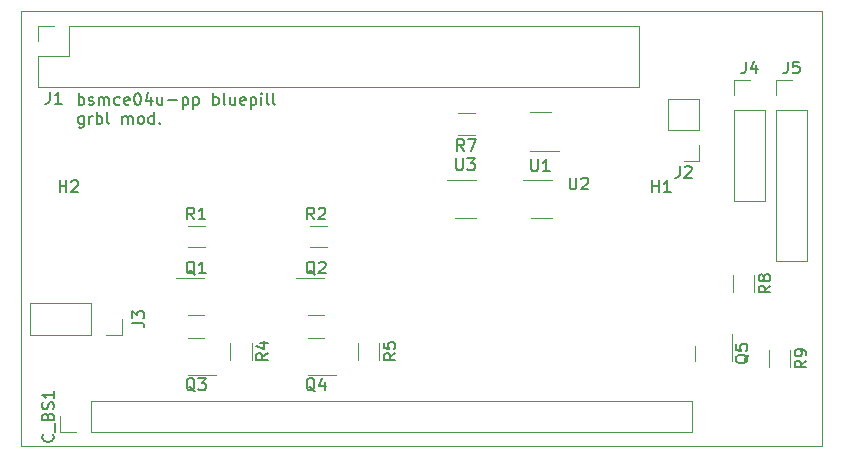
<source format=gbr>
%TF.GenerationSoftware,KiCad,Pcbnew,(6.0.7)*%
%TF.CreationDate,2022-12-20T14:52:23+01:00*%
%TF.ProjectId,bsmce04u-pp_GRBL_mod,62736d63-6530-4347-952d-70705f475242,rev?*%
%TF.SameCoordinates,Original*%
%TF.FileFunction,Legend,Top*%
%TF.FilePolarity,Positive*%
%FSLAX46Y46*%
G04 Gerber Fmt 4.6, Leading zero omitted, Abs format (unit mm)*
G04 Created by KiCad (PCBNEW (6.0.7)) date 2022-12-20 14:52:23*
%MOMM*%
%LPD*%
G01*
G04 APERTURE LIST*
%TA.AperFunction,Profile*%
%ADD10C,0.100000*%
%TD*%
%ADD11C,0.150000*%
%ADD12C,0.120000*%
G04 APERTURE END LIST*
D10*
X161544000Y-33020000D02*
X161544000Y-69850000D01*
X93726000Y-69850000D02*
X93726000Y-33020000D01*
X93726000Y-33020000D02*
X161544000Y-33020000D01*
X161544000Y-69850000D02*
X93726000Y-69850000D01*
D11*
X98633595Y-40922380D02*
X98633595Y-39922380D01*
X98633595Y-40303333D02*
X98728833Y-40255714D01*
X98919309Y-40255714D01*
X99014547Y-40303333D01*
X99062166Y-40350952D01*
X99109785Y-40446190D01*
X99109785Y-40731904D01*
X99062166Y-40827142D01*
X99014547Y-40874761D01*
X98919309Y-40922380D01*
X98728833Y-40922380D01*
X98633595Y-40874761D01*
X99490738Y-40874761D02*
X99585976Y-40922380D01*
X99776452Y-40922380D01*
X99871690Y-40874761D01*
X99919309Y-40779523D01*
X99919309Y-40731904D01*
X99871690Y-40636666D01*
X99776452Y-40589047D01*
X99633595Y-40589047D01*
X99538357Y-40541428D01*
X99490738Y-40446190D01*
X99490738Y-40398571D01*
X99538357Y-40303333D01*
X99633595Y-40255714D01*
X99776452Y-40255714D01*
X99871690Y-40303333D01*
X100347880Y-40922380D02*
X100347880Y-40255714D01*
X100347880Y-40350952D02*
X100395500Y-40303333D01*
X100490738Y-40255714D01*
X100633595Y-40255714D01*
X100728833Y-40303333D01*
X100776452Y-40398571D01*
X100776452Y-40922380D01*
X100776452Y-40398571D02*
X100824071Y-40303333D01*
X100919309Y-40255714D01*
X101062166Y-40255714D01*
X101157404Y-40303333D01*
X101205023Y-40398571D01*
X101205023Y-40922380D01*
X102109785Y-40874761D02*
X102014547Y-40922380D01*
X101824071Y-40922380D01*
X101728833Y-40874761D01*
X101681214Y-40827142D01*
X101633595Y-40731904D01*
X101633595Y-40446190D01*
X101681214Y-40350952D01*
X101728833Y-40303333D01*
X101824071Y-40255714D01*
X102014547Y-40255714D01*
X102109785Y-40303333D01*
X102919309Y-40874761D02*
X102824071Y-40922380D01*
X102633595Y-40922380D01*
X102538357Y-40874761D01*
X102490738Y-40779523D01*
X102490738Y-40398571D01*
X102538357Y-40303333D01*
X102633595Y-40255714D01*
X102824071Y-40255714D01*
X102919309Y-40303333D01*
X102966928Y-40398571D01*
X102966928Y-40493809D01*
X102490738Y-40589047D01*
X103585976Y-39922380D02*
X103681214Y-39922380D01*
X103776452Y-39970000D01*
X103824071Y-40017619D01*
X103871690Y-40112857D01*
X103919309Y-40303333D01*
X103919309Y-40541428D01*
X103871690Y-40731904D01*
X103824071Y-40827142D01*
X103776452Y-40874761D01*
X103681214Y-40922380D01*
X103585976Y-40922380D01*
X103490738Y-40874761D01*
X103443119Y-40827142D01*
X103395500Y-40731904D01*
X103347880Y-40541428D01*
X103347880Y-40303333D01*
X103395500Y-40112857D01*
X103443119Y-40017619D01*
X103490738Y-39970000D01*
X103585976Y-39922380D01*
X104776452Y-40255714D02*
X104776452Y-40922380D01*
X104538357Y-39874761D02*
X104300261Y-40589047D01*
X104919309Y-40589047D01*
X105728833Y-40255714D02*
X105728833Y-40922380D01*
X105300261Y-40255714D02*
X105300261Y-40779523D01*
X105347880Y-40874761D01*
X105443119Y-40922380D01*
X105585976Y-40922380D01*
X105681214Y-40874761D01*
X105728833Y-40827142D01*
X106205023Y-40541428D02*
X106966928Y-40541428D01*
X107443119Y-40255714D02*
X107443119Y-41255714D01*
X107443119Y-40303333D02*
X107538357Y-40255714D01*
X107728833Y-40255714D01*
X107824071Y-40303333D01*
X107871690Y-40350952D01*
X107919309Y-40446190D01*
X107919309Y-40731904D01*
X107871690Y-40827142D01*
X107824071Y-40874761D01*
X107728833Y-40922380D01*
X107538357Y-40922380D01*
X107443119Y-40874761D01*
X108347880Y-40255714D02*
X108347880Y-41255714D01*
X108347880Y-40303333D02*
X108443119Y-40255714D01*
X108633595Y-40255714D01*
X108728833Y-40303333D01*
X108776452Y-40350952D01*
X108824071Y-40446190D01*
X108824071Y-40731904D01*
X108776452Y-40827142D01*
X108728833Y-40874761D01*
X108633595Y-40922380D01*
X108443119Y-40922380D01*
X108347880Y-40874761D01*
X110014547Y-40922380D02*
X110014547Y-39922380D01*
X110014547Y-40303333D02*
X110109785Y-40255714D01*
X110300261Y-40255714D01*
X110395500Y-40303333D01*
X110443119Y-40350952D01*
X110490738Y-40446190D01*
X110490738Y-40731904D01*
X110443119Y-40827142D01*
X110395500Y-40874761D01*
X110300261Y-40922380D01*
X110109785Y-40922380D01*
X110014547Y-40874761D01*
X111062166Y-40922380D02*
X110966928Y-40874761D01*
X110919309Y-40779523D01*
X110919309Y-39922380D01*
X111871690Y-40255714D02*
X111871690Y-40922380D01*
X111443119Y-40255714D02*
X111443119Y-40779523D01*
X111490738Y-40874761D01*
X111585976Y-40922380D01*
X111728833Y-40922380D01*
X111824071Y-40874761D01*
X111871690Y-40827142D01*
X112728833Y-40874761D02*
X112633595Y-40922380D01*
X112443119Y-40922380D01*
X112347880Y-40874761D01*
X112300261Y-40779523D01*
X112300261Y-40398571D01*
X112347880Y-40303333D01*
X112443119Y-40255714D01*
X112633595Y-40255714D01*
X112728833Y-40303333D01*
X112776452Y-40398571D01*
X112776452Y-40493809D01*
X112300261Y-40589047D01*
X113205023Y-40255714D02*
X113205023Y-41255714D01*
X113205023Y-40303333D02*
X113300261Y-40255714D01*
X113490738Y-40255714D01*
X113585976Y-40303333D01*
X113633595Y-40350952D01*
X113681214Y-40446190D01*
X113681214Y-40731904D01*
X113633595Y-40827142D01*
X113585976Y-40874761D01*
X113490738Y-40922380D01*
X113300261Y-40922380D01*
X113205023Y-40874761D01*
X114109785Y-40922380D02*
X114109785Y-40255714D01*
X114109785Y-39922380D02*
X114062166Y-39970000D01*
X114109785Y-40017619D01*
X114157404Y-39970000D01*
X114109785Y-39922380D01*
X114109785Y-40017619D01*
X114728833Y-40922380D02*
X114633595Y-40874761D01*
X114585976Y-40779523D01*
X114585976Y-39922380D01*
X115252642Y-40922380D02*
X115157404Y-40874761D01*
X115109785Y-40779523D01*
X115109785Y-39922380D01*
X99062166Y-41865714D02*
X99062166Y-42675238D01*
X99014547Y-42770476D01*
X98966928Y-42818095D01*
X98871690Y-42865714D01*
X98728833Y-42865714D01*
X98633595Y-42818095D01*
X99062166Y-42484761D02*
X98966928Y-42532380D01*
X98776452Y-42532380D01*
X98681214Y-42484761D01*
X98633595Y-42437142D01*
X98585976Y-42341904D01*
X98585976Y-42056190D01*
X98633595Y-41960952D01*
X98681214Y-41913333D01*
X98776452Y-41865714D01*
X98966928Y-41865714D01*
X99062166Y-41913333D01*
X99538357Y-42532380D02*
X99538357Y-41865714D01*
X99538357Y-42056190D02*
X99585976Y-41960952D01*
X99633595Y-41913333D01*
X99728833Y-41865714D01*
X99824071Y-41865714D01*
X100157404Y-42532380D02*
X100157404Y-41532380D01*
X100157404Y-41913333D02*
X100252642Y-41865714D01*
X100443119Y-41865714D01*
X100538357Y-41913333D01*
X100585976Y-41960952D01*
X100633595Y-42056190D01*
X100633595Y-42341904D01*
X100585976Y-42437142D01*
X100538357Y-42484761D01*
X100443119Y-42532380D01*
X100252642Y-42532380D01*
X100157404Y-42484761D01*
X101205023Y-42532380D02*
X101109785Y-42484761D01*
X101062166Y-42389523D01*
X101062166Y-41532380D01*
X102347880Y-42532380D02*
X102347880Y-41865714D01*
X102347880Y-41960952D02*
X102395500Y-41913333D01*
X102490738Y-41865714D01*
X102633595Y-41865714D01*
X102728833Y-41913333D01*
X102776452Y-42008571D01*
X102776452Y-42532380D01*
X102776452Y-42008571D02*
X102824071Y-41913333D01*
X102919309Y-41865714D01*
X103062166Y-41865714D01*
X103157404Y-41913333D01*
X103205023Y-42008571D01*
X103205023Y-42532380D01*
X103824071Y-42532380D02*
X103728833Y-42484761D01*
X103681214Y-42437142D01*
X103633595Y-42341904D01*
X103633595Y-42056190D01*
X103681214Y-41960952D01*
X103728833Y-41913333D01*
X103824071Y-41865714D01*
X103966928Y-41865714D01*
X104062166Y-41913333D01*
X104109785Y-41960952D01*
X104157404Y-42056190D01*
X104157404Y-42341904D01*
X104109785Y-42437142D01*
X104062166Y-42484761D01*
X103966928Y-42532380D01*
X103824071Y-42532380D01*
X105014547Y-42532380D02*
X105014547Y-41532380D01*
X105014547Y-42484761D02*
X104919309Y-42532380D01*
X104728833Y-42532380D01*
X104633595Y-42484761D01*
X104585976Y-42437142D01*
X104538357Y-42341904D01*
X104538357Y-42056190D01*
X104585976Y-41960952D01*
X104633595Y-41913333D01*
X104728833Y-41865714D01*
X104919309Y-41865714D01*
X105014547Y-41913333D01*
X105490738Y-42437142D02*
X105538357Y-42484761D01*
X105490738Y-42532380D01*
X105443119Y-42484761D01*
X105490738Y-42437142D01*
X105490738Y-42532380D01*
%TO.C,R8*%
X157212380Y-56239166D02*
X156736190Y-56572500D01*
X157212380Y-56810595D02*
X156212380Y-56810595D01*
X156212380Y-56429642D01*
X156260000Y-56334404D01*
X156307619Y-56286785D01*
X156402857Y-56239166D01*
X156545714Y-56239166D01*
X156640952Y-56286785D01*
X156688571Y-56334404D01*
X156736190Y-56429642D01*
X156736190Y-56810595D01*
X156640952Y-55667738D02*
X156593333Y-55762976D01*
X156545714Y-55810595D01*
X156450476Y-55858214D01*
X156402857Y-55858214D01*
X156307619Y-55810595D01*
X156260000Y-55762976D01*
X156212380Y-55667738D01*
X156212380Y-55477261D01*
X156260000Y-55382023D01*
X156307619Y-55334404D01*
X156402857Y-55286785D01*
X156450476Y-55286785D01*
X156545714Y-55334404D01*
X156593333Y-55382023D01*
X156640952Y-55477261D01*
X156640952Y-55667738D01*
X156688571Y-55762976D01*
X156736190Y-55810595D01*
X156831428Y-55858214D01*
X157021904Y-55858214D01*
X157117142Y-55810595D01*
X157164761Y-55762976D01*
X157212380Y-55667738D01*
X157212380Y-55477261D01*
X157164761Y-55382023D01*
X157117142Y-55334404D01*
X157021904Y-55286785D01*
X156831428Y-55286785D01*
X156736190Y-55334404D01*
X156688571Y-55382023D01*
X156640952Y-55477261D01*
%TO.C,Q1*%
X108489761Y-55297619D02*
X108394523Y-55250000D01*
X108299285Y-55154761D01*
X108156428Y-55011904D01*
X108061190Y-54964285D01*
X107965952Y-54964285D01*
X108013571Y-55202380D02*
X107918333Y-55154761D01*
X107823095Y-55059523D01*
X107775476Y-54869047D01*
X107775476Y-54535714D01*
X107823095Y-54345238D01*
X107918333Y-54250000D01*
X108013571Y-54202380D01*
X108204047Y-54202380D01*
X108299285Y-54250000D01*
X108394523Y-54345238D01*
X108442142Y-54535714D01*
X108442142Y-54869047D01*
X108394523Y-55059523D01*
X108299285Y-55154761D01*
X108204047Y-55202380D01*
X108013571Y-55202380D01*
X109394523Y-55202380D02*
X108823095Y-55202380D01*
X109108809Y-55202380D02*
X109108809Y-54202380D01*
X109013571Y-54345238D01*
X108918333Y-54440476D01*
X108823095Y-54488095D01*
%TO.C,J4*%
X155114666Y-37254380D02*
X155114666Y-37968666D01*
X155067047Y-38111523D01*
X154971809Y-38206761D01*
X154828952Y-38254380D01*
X154733714Y-38254380D01*
X156019428Y-37587714D02*
X156019428Y-38254380D01*
X155781333Y-37206761D02*
X155543238Y-37921047D01*
X156162285Y-37921047D01*
%TO.C,J5*%
X158670666Y-37254380D02*
X158670666Y-37968666D01*
X158623047Y-38111523D01*
X158527809Y-38206761D01*
X158384952Y-38254380D01*
X158289714Y-38254380D01*
X159623047Y-37254380D02*
X159146857Y-37254380D01*
X159099238Y-37730571D01*
X159146857Y-37682952D01*
X159242095Y-37635333D01*
X159480190Y-37635333D01*
X159575428Y-37682952D01*
X159623047Y-37730571D01*
X159670666Y-37825809D01*
X159670666Y-38063904D01*
X159623047Y-38159142D01*
X159575428Y-38206761D01*
X159480190Y-38254380D01*
X159242095Y-38254380D01*
X159146857Y-38206761D01*
X159099238Y-38159142D01*
%TO.C,Q4*%
X118649761Y-65177619D02*
X118554523Y-65130000D01*
X118459285Y-65034761D01*
X118316428Y-64891904D01*
X118221190Y-64844285D01*
X118125952Y-64844285D01*
X118173571Y-65082380D02*
X118078333Y-65034761D01*
X117983095Y-64939523D01*
X117935476Y-64749047D01*
X117935476Y-64415714D01*
X117983095Y-64225238D01*
X118078333Y-64130000D01*
X118173571Y-64082380D01*
X118364047Y-64082380D01*
X118459285Y-64130000D01*
X118554523Y-64225238D01*
X118602142Y-64415714D01*
X118602142Y-64749047D01*
X118554523Y-64939523D01*
X118459285Y-65034761D01*
X118364047Y-65082380D01*
X118173571Y-65082380D01*
X119459285Y-64415714D02*
X119459285Y-65082380D01*
X119221190Y-64034761D02*
X118983095Y-64749047D01*
X119602142Y-64749047D01*
%TO.C,R5*%
X125462380Y-61954166D02*
X124986190Y-62287500D01*
X125462380Y-62525595D02*
X124462380Y-62525595D01*
X124462380Y-62144642D01*
X124510000Y-62049404D01*
X124557619Y-62001785D01*
X124652857Y-61954166D01*
X124795714Y-61954166D01*
X124890952Y-62001785D01*
X124938571Y-62049404D01*
X124986190Y-62144642D01*
X124986190Y-62525595D01*
X124462380Y-61049404D02*
X124462380Y-61525595D01*
X124938571Y-61573214D01*
X124890952Y-61525595D01*
X124843333Y-61430357D01*
X124843333Y-61192261D01*
X124890952Y-61097023D01*
X124938571Y-61049404D01*
X125033809Y-61001785D01*
X125271904Y-61001785D01*
X125367142Y-61049404D01*
X125414761Y-61097023D01*
X125462380Y-61192261D01*
X125462380Y-61430357D01*
X125414761Y-61525595D01*
X125367142Y-61573214D01*
%TO.C,J2*%
X149526666Y-46110380D02*
X149526666Y-46824666D01*
X149479047Y-46967523D01*
X149383809Y-47062761D01*
X149240952Y-47110380D01*
X149145714Y-47110380D01*
X149955238Y-46205619D02*
X150002857Y-46158000D01*
X150098095Y-46110380D01*
X150336190Y-46110380D01*
X150431428Y-46158000D01*
X150479047Y-46205619D01*
X150526666Y-46300857D01*
X150526666Y-46396095D01*
X150479047Y-46538952D01*
X149907619Y-47110380D01*
X150526666Y-47110380D01*
%TO.C,Q3*%
X108489761Y-65177619D02*
X108394523Y-65130000D01*
X108299285Y-65034761D01*
X108156428Y-64891904D01*
X108061190Y-64844285D01*
X107965952Y-64844285D01*
X108013571Y-65082380D02*
X107918333Y-65034761D01*
X107823095Y-64939523D01*
X107775476Y-64749047D01*
X107775476Y-64415714D01*
X107823095Y-64225238D01*
X107918333Y-64130000D01*
X108013571Y-64082380D01*
X108204047Y-64082380D01*
X108299285Y-64130000D01*
X108394523Y-64225238D01*
X108442142Y-64415714D01*
X108442142Y-64749047D01*
X108394523Y-64939523D01*
X108299285Y-65034761D01*
X108204047Y-65082380D01*
X108013571Y-65082380D01*
X108775476Y-64082380D02*
X109394523Y-64082380D01*
X109061190Y-64463333D01*
X109204047Y-64463333D01*
X109299285Y-64510952D01*
X109346904Y-64558571D01*
X109394523Y-64653809D01*
X109394523Y-64891904D01*
X109346904Y-64987142D01*
X109299285Y-65034761D01*
X109204047Y-65082380D01*
X108918333Y-65082380D01*
X108823095Y-65034761D01*
X108775476Y-64987142D01*
%TO.C,J3*%
X103187380Y-59388333D02*
X103901666Y-59388333D01*
X104044523Y-59435952D01*
X104139761Y-59531190D01*
X104187380Y-59674047D01*
X104187380Y-59769285D01*
X103187380Y-59007380D02*
X103187380Y-58388333D01*
X103568333Y-58721666D01*
X103568333Y-58578809D01*
X103615952Y-58483571D01*
X103663571Y-58435952D01*
X103758809Y-58388333D01*
X103996904Y-58388333D01*
X104092142Y-58435952D01*
X104139761Y-58483571D01*
X104187380Y-58578809D01*
X104187380Y-58864523D01*
X104139761Y-58959761D01*
X104092142Y-59007380D01*
%TO.C,R9*%
X160260380Y-62589166D02*
X159784190Y-62922500D01*
X160260380Y-63160595D02*
X159260380Y-63160595D01*
X159260380Y-62779642D01*
X159308000Y-62684404D01*
X159355619Y-62636785D01*
X159450857Y-62589166D01*
X159593714Y-62589166D01*
X159688952Y-62636785D01*
X159736571Y-62684404D01*
X159784190Y-62779642D01*
X159784190Y-63160595D01*
X160260380Y-62112976D02*
X160260380Y-61922500D01*
X160212761Y-61827261D01*
X160165142Y-61779642D01*
X160022285Y-61684404D01*
X159831809Y-61636785D01*
X159450857Y-61636785D01*
X159355619Y-61684404D01*
X159308000Y-61732023D01*
X159260380Y-61827261D01*
X159260380Y-62017738D01*
X159308000Y-62112976D01*
X159355619Y-62160595D01*
X159450857Y-62208214D01*
X159688952Y-62208214D01*
X159784190Y-62160595D01*
X159831809Y-62112976D01*
X159879428Y-62017738D01*
X159879428Y-61827261D01*
X159831809Y-61732023D01*
X159784190Y-61684404D01*
X159688952Y-61636785D01*
%TO.C,U2*%
X140208095Y-47077380D02*
X140208095Y-47886904D01*
X140255714Y-47982142D01*
X140303333Y-48029761D01*
X140398571Y-48077380D01*
X140589047Y-48077380D01*
X140684285Y-48029761D01*
X140731904Y-47982142D01*
X140779523Y-47886904D01*
X140779523Y-47077380D01*
X141208095Y-47172619D02*
X141255714Y-47125000D01*
X141350952Y-47077380D01*
X141589047Y-47077380D01*
X141684285Y-47125000D01*
X141731904Y-47172619D01*
X141779523Y-47267857D01*
X141779523Y-47363095D01*
X141731904Y-47505952D01*
X141160476Y-48077380D01*
X141779523Y-48077380D01*
%TO.C,C_BS1*%
X96452142Y-68828809D02*
X96499761Y-68876428D01*
X96547380Y-69019285D01*
X96547380Y-69114523D01*
X96499761Y-69257380D01*
X96404523Y-69352619D01*
X96309285Y-69400238D01*
X96118809Y-69447857D01*
X95975952Y-69447857D01*
X95785476Y-69400238D01*
X95690238Y-69352619D01*
X95595000Y-69257380D01*
X95547380Y-69114523D01*
X95547380Y-69019285D01*
X95595000Y-68876428D01*
X95642619Y-68828809D01*
X96642619Y-68638333D02*
X96642619Y-67876428D01*
X96023571Y-67305000D02*
X96071190Y-67162142D01*
X96118809Y-67114523D01*
X96214047Y-67066904D01*
X96356904Y-67066904D01*
X96452142Y-67114523D01*
X96499761Y-67162142D01*
X96547380Y-67257380D01*
X96547380Y-67638333D01*
X95547380Y-67638333D01*
X95547380Y-67305000D01*
X95595000Y-67209761D01*
X95642619Y-67162142D01*
X95737857Y-67114523D01*
X95833095Y-67114523D01*
X95928333Y-67162142D01*
X95975952Y-67209761D01*
X96023571Y-67305000D01*
X96023571Y-67638333D01*
X96499761Y-66685952D02*
X96547380Y-66543095D01*
X96547380Y-66305000D01*
X96499761Y-66209761D01*
X96452142Y-66162142D01*
X96356904Y-66114523D01*
X96261666Y-66114523D01*
X96166428Y-66162142D01*
X96118809Y-66209761D01*
X96071190Y-66305000D01*
X96023571Y-66495476D01*
X95975952Y-66590714D01*
X95928333Y-66638333D01*
X95833095Y-66685952D01*
X95737857Y-66685952D01*
X95642619Y-66638333D01*
X95595000Y-66590714D01*
X95547380Y-66495476D01*
X95547380Y-66257380D01*
X95595000Y-66114523D01*
X96547380Y-65162142D02*
X96547380Y-65733571D01*
X96547380Y-65447857D02*
X95547380Y-65447857D01*
X95690238Y-65543095D01*
X95785476Y-65638333D01*
X95833095Y-65733571D01*
%TO.C,Q2*%
X118649761Y-55297619D02*
X118554523Y-55250000D01*
X118459285Y-55154761D01*
X118316428Y-55011904D01*
X118221190Y-54964285D01*
X118125952Y-54964285D01*
X118173571Y-55202380D02*
X118078333Y-55154761D01*
X117983095Y-55059523D01*
X117935476Y-54869047D01*
X117935476Y-54535714D01*
X117983095Y-54345238D01*
X118078333Y-54250000D01*
X118173571Y-54202380D01*
X118364047Y-54202380D01*
X118459285Y-54250000D01*
X118554523Y-54345238D01*
X118602142Y-54535714D01*
X118602142Y-54869047D01*
X118554523Y-55059523D01*
X118459285Y-55154761D01*
X118364047Y-55202380D01*
X118173571Y-55202380D01*
X118983095Y-54297619D02*
X119030714Y-54250000D01*
X119125952Y-54202380D01*
X119364047Y-54202380D01*
X119459285Y-54250000D01*
X119506904Y-54297619D01*
X119554523Y-54392857D01*
X119554523Y-54488095D01*
X119506904Y-54630952D01*
X118935476Y-55202380D01*
X119554523Y-55202380D01*
%TO.C,H2*%
X97028095Y-48322380D02*
X97028095Y-47322380D01*
X97028095Y-47798571D02*
X97599523Y-47798571D01*
X97599523Y-48322380D02*
X97599523Y-47322380D01*
X98028095Y-47417619D02*
X98075714Y-47370000D01*
X98170952Y-47322380D01*
X98409047Y-47322380D01*
X98504285Y-47370000D01*
X98551904Y-47417619D01*
X98599523Y-47512857D01*
X98599523Y-47608095D01*
X98551904Y-47750952D01*
X97980476Y-48322380D01*
X98599523Y-48322380D01*
%TO.C,R1*%
X108418333Y-50617380D02*
X108085000Y-50141190D01*
X107846904Y-50617380D02*
X107846904Y-49617380D01*
X108227857Y-49617380D01*
X108323095Y-49665000D01*
X108370714Y-49712619D01*
X108418333Y-49807857D01*
X108418333Y-49950714D01*
X108370714Y-50045952D01*
X108323095Y-50093571D01*
X108227857Y-50141190D01*
X107846904Y-50141190D01*
X109370714Y-50617380D02*
X108799285Y-50617380D01*
X109085000Y-50617380D02*
X109085000Y-49617380D01*
X108989761Y-49760238D01*
X108894523Y-49855476D01*
X108799285Y-49903095D01*
%TO.C,R4*%
X114667380Y-61954166D02*
X114191190Y-62287500D01*
X114667380Y-62525595D02*
X113667380Y-62525595D01*
X113667380Y-62144642D01*
X113715000Y-62049404D01*
X113762619Y-62001785D01*
X113857857Y-61954166D01*
X114000714Y-61954166D01*
X114095952Y-62001785D01*
X114143571Y-62049404D01*
X114191190Y-62144642D01*
X114191190Y-62525595D01*
X114000714Y-61097023D02*
X114667380Y-61097023D01*
X113619761Y-61335119D02*
X114334047Y-61573214D01*
X114334047Y-60954166D01*
%TO.C,H1*%
X147193095Y-48322380D02*
X147193095Y-47322380D01*
X147193095Y-47798571D02*
X147764523Y-47798571D01*
X147764523Y-48322380D02*
X147764523Y-47322380D01*
X148764523Y-48322380D02*
X148193095Y-48322380D01*
X148478809Y-48322380D02*
X148478809Y-47322380D01*
X148383571Y-47465238D01*
X148288333Y-47560476D01*
X148193095Y-47608095D01*
%TO.C,R2*%
X118578333Y-50617380D02*
X118245000Y-50141190D01*
X118006904Y-50617380D02*
X118006904Y-49617380D01*
X118387857Y-49617380D01*
X118483095Y-49665000D01*
X118530714Y-49712619D01*
X118578333Y-49807857D01*
X118578333Y-49950714D01*
X118530714Y-50045952D01*
X118483095Y-50093571D01*
X118387857Y-50141190D01*
X118006904Y-50141190D01*
X118959285Y-49712619D02*
X119006904Y-49665000D01*
X119102142Y-49617380D01*
X119340238Y-49617380D01*
X119435476Y-49665000D01*
X119483095Y-49712619D01*
X119530714Y-49807857D01*
X119530714Y-49903095D01*
X119483095Y-50045952D01*
X118911666Y-50617380D01*
X119530714Y-50617380D01*
%TO.C,Q5*%
X155347619Y-62071238D02*
X155300000Y-62166476D01*
X155204761Y-62261714D01*
X155061904Y-62404571D01*
X155014285Y-62499809D01*
X155014285Y-62595047D01*
X155252380Y-62547428D02*
X155204761Y-62642666D01*
X155109523Y-62737904D01*
X154919047Y-62785523D01*
X154585714Y-62785523D01*
X154395238Y-62737904D01*
X154300000Y-62642666D01*
X154252380Y-62547428D01*
X154252380Y-62356952D01*
X154300000Y-62261714D01*
X154395238Y-62166476D01*
X154585714Y-62118857D01*
X154919047Y-62118857D01*
X155109523Y-62166476D01*
X155204761Y-62261714D01*
X155252380Y-62356952D01*
X155252380Y-62547428D01*
X154252380Y-61214095D02*
X154252380Y-61690285D01*
X154728571Y-61737904D01*
X154680952Y-61690285D01*
X154633333Y-61595047D01*
X154633333Y-61356952D01*
X154680952Y-61261714D01*
X154728571Y-61214095D01*
X154823809Y-61166476D01*
X155061904Y-61166476D01*
X155157142Y-61214095D01*
X155204761Y-61261714D01*
X155252380Y-61356952D01*
X155252380Y-61595047D01*
X155204761Y-61690285D01*
X155157142Y-61737904D01*
%TO.C,U1*%
X136953095Y-45532380D02*
X136953095Y-46341904D01*
X137000714Y-46437142D01*
X137048333Y-46484761D01*
X137143571Y-46532380D01*
X137334047Y-46532380D01*
X137429285Y-46484761D01*
X137476904Y-46437142D01*
X137524523Y-46341904D01*
X137524523Y-45532380D01*
X138524523Y-46532380D02*
X137953095Y-46532380D01*
X138238809Y-46532380D02*
X138238809Y-45532380D01*
X138143571Y-45675238D01*
X138048333Y-45770476D01*
X137953095Y-45818095D01*
%TO.C,U3*%
X130603095Y-45447380D02*
X130603095Y-46256904D01*
X130650714Y-46352142D01*
X130698333Y-46399761D01*
X130793571Y-46447380D01*
X130984047Y-46447380D01*
X131079285Y-46399761D01*
X131126904Y-46352142D01*
X131174523Y-46256904D01*
X131174523Y-45447380D01*
X131555476Y-45447380D02*
X132174523Y-45447380D01*
X131841190Y-45828333D01*
X131984047Y-45828333D01*
X132079285Y-45875952D01*
X132126904Y-45923571D01*
X132174523Y-46018809D01*
X132174523Y-46256904D01*
X132126904Y-46352142D01*
X132079285Y-46399761D01*
X131984047Y-46447380D01*
X131698333Y-46447380D01*
X131603095Y-46399761D01*
X131555476Y-46352142D01*
%TO.C,R7*%
X131278333Y-44817380D02*
X130945000Y-44341190D01*
X130706904Y-44817380D02*
X130706904Y-43817380D01*
X131087857Y-43817380D01*
X131183095Y-43865000D01*
X131230714Y-43912619D01*
X131278333Y-44007857D01*
X131278333Y-44150714D01*
X131230714Y-44245952D01*
X131183095Y-44293571D01*
X131087857Y-44341190D01*
X130706904Y-44341190D01*
X131611666Y-43817380D02*
X132278333Y-43817380D01*
X131849761Y-44817380D01*
%TO.C,J1*%
X96186666Y-39838380D02*
X96186666Y-40552666D01*
X96139047Y-40695523D01*
X96043809Y-40790761D01*
X95900952Y-40838380D01*
X95805714Y-40838380D01*
X97186666Y-40838380D02*
X96615238Y-40838380D01*
X96900952Y-40838380D02*
X96900952Y-39838380D01*
X96805714Y-39981238D01*
X96710476Y-40076476D01*
X96615238Y-40124095D01*
D12*
%TO.C,R8*%
X155850000Y-55345436D02*
X155850000Y-56799564D01*
X154030000Y-55345436D02*
X154030000Y-56799564D01*
%TO.C,Q1*%
X108585000Y-58710000D02*
X109235000Y-58710000D01*
X108585000Y-55590000D02*
X106910000Y-55590000D01*
X108585000Y-58710000D02*
X107935000Y-58710000D01*
X108585000Y-55590000D02*
X109235000Y-55590000D01*
%TO.C,J4*%
X154118000Y-40132000D02*
X154118000Y-38802000D01*
X156778000Y-41402000D02*
X156778000Y-49082000D01*
X154118000Y-41402000D02*
X156778000Y-41402000D01*
X154118000Y-49082000D02*
X156778000Y-49082000D01*
X154118000Y-41402000D02*
X154118000Y-49082000D01*
X154118000Y-38802000D02*
X155448000Y-38802000D01*
%TO.C,J5*%
X157674000Y-38802000D02*
X159004000Y-38802000D01*
X157674000Y-40132000D02*
X157674000Y-38802000D01*
X157674000Y-54162000D02*
X160334000Y-54162000D01*
X160334000Y-41402000D02*
X160334000Y-54162000D01*
X157674000Y-41402000D02*
X157674000Y-54162000D01*
X157674000Y-41402000D02*
X160334000Y-41402000D01*
%TO.C,Q4*%
X118745000Y-60670000D02*
X118095000Y-60670000D01*
X118745000Y-63790000D02*
X120420000Y-63790000D01*
X118745000Y-63790000D02*
X118095000Y-63790000D01*
X118745000Y-60670000D02*
X119395000Y-60670000D01*
%TO.C,R5*%
X124100000Y-61060436D02*
X124100000Y-62514564D01*
X122280000Y-61060436D02*
X122280000Y-62514564D01*
%TO.C,J2*%
X151190000Y-40458000D02*
X148530000Y-40458000D01*
X151190000Y-43058000D02*
X151190000Y-40458000D01*
X151190000Y-43058000D02*
X148530000Y-43058000D01*
X151190000Y-44328000D02*
X151190000Y-45658000D01*
X148530000Y-43058000D02*
X148530000Y-40458000D01*
X151190000Y-45658000D02*
X149860000Y-45658000D01*
%TO.C,Q3*%
X108585000Y-60670000D02*
X107935000Y-60670000D01*
X108585000Y-60670000D02*
X109235000Y-60670000D01*
X108585000Y-63790000D02*
X110260000Y-63790000D01*
X108585000Y-63790000D02*
X107935000Y-63790000D01*
%TO.C,J3*%
X99695000Y-57725000D02*
X94555000Y-57725000D01*
X102295000Y-60385000D02*
X100965000Y-60385000D01*
X94555000Y-57725000D02*
X94555000Y-60385000D01*
X99695000Y-60385000D02*
X94555000Y-60385000D01*
X99695000Y-57725000D02*
X99695000Y-60385000D01*
X102295000Y-59055000D02*
X102295000Y-60385000D01*
%TO.C,R9*%
X158898000Y-61695436D02*
X158898000Y-63149564D01*
X157078000Y-61695436D02*
X157078000Y-63149564D01*
%TO.C,U2*%
X136895000Y-50505000D02*
X138695000Y-50505000D01*
X138695000Y-47285000D02*
X136245000Y-47285000D01*
%TO.C,C_BS1*%
X99695000Y-68635000D02*
X150555000Y-68635000D01*
X150555000Y-68635000D02*
X150555000Y-65975000D01*
X98425000Y-68635000D02*
X97095000Y-68635000D01*
X99695000Y-65975000D02*
X150555000Y-65975000D01*
X97095000Y-68635000D02*
X97095000Y-67305000D01*
X99695000Y-68635000D02*
X99695000Y-65975000D01*
%TO.C,Q2*%
X118745000Y-58710000D02*
X118095000Y-58710000D01*
X118745000Y-55590000D02*
X117070000Y-55590000D01*
X118745000Y-55590000D02*
X119395000Y-55590000D01*
X118745000Y-58710000D02*
X119395000Y-58710000D01*
%TO.C,R1*%
X109312064Y-51160000D02*
X107857936Y-51160000D01*
X109312064Y-52980000D02*
X107857936Y-52980000D01*
%TO.C,R4*%
X111485000Y-61060436D02*
X111485000Y-62514564D01*
X113305000Y-61060436D02*
X113305000Y-62514564D01*
%TO.C,R2*%
X119664564Y-52980000D02*
X118210436Y-52980000D01*
X119664564Y-51160000D02*
X118210436Y-51160000D01*
%TO.C,Q5*%
X153960000Y-61976000D02*
X153960000Y-62626000D01*
X150840000Y-61976000D02*
X150840000Y-62626000D01*
X150840000Y-61976000D02*
X150840000Y-61326000D01*
X153960000Y-61976000D02*
X153960000Y-60301000D01*
%TO.C,U1*%
X138615000Y-41570000D02*
X136815000Y-41570000D01*
X136815000Y-44790000D02*
X139265000Y-44790000D01*
%TO.C,U3*%
X130465000Y-50505000D02*
X132265000Y-50505000D01*
X132265000Y-47285000D02*
X129815000Y-47285000D01*
%TO.C,R7*%
X132172064Y-43455000D02*
X130717936Y-43455000D01*
X132172064Y-41635000D02*
X130717936Y-41635000D01*
%TO.C,J1*%
X95190000Y-39430000D02*
X146110000Y-39430000D01*
X97790000Y-36830000D02*
X97790000Y-34230000D01*
X146110000Y-39430000D02*
X146110000Y-34230000D01*
X95190000Y-39430000D02*
X95190000Y-36830000D01*
X95190000Y-34230000D02*
X96520000Y-34230000D01*
X95190000Y-36830000D02*
X97790000Y-36830000D01*
X97790000Y-34230000D02*
X146110000Y-34230000D01*
X95190000Y-35560000D02*
X95190000Y-34230000D01*
%TD*%
M02*

</source>
